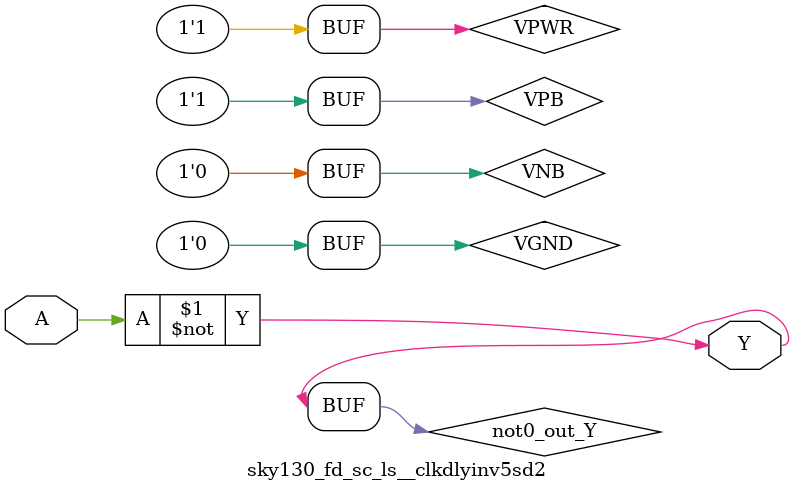
<source format=v>
/*
 * Copyright 2020 The SkyWater PDK Authors
 *
 * Licensed under the Apache License, Version 2.0 (the "License");
 * you may not use this file except in compliance with the License.
 * You may obtain a copy of the License at
 *
 *     https://www.apache.org/licenses/LICENSE-2.0
 *
 * Unless required by applicable law or agreed to in writing, software
 * distributed under the License is distributed on an "AS IS" BASIS,
 * WITHOUT WARRANTIES OR CONDITIONS OF ANY KIND, either express or implied.
 * See the License for the specific language governing permissions and
 * limitations under the License.
 *
 * SPDX-License-Identifier: Apache-2.0
*/


`ifndef SKY130_FD_SC_LS__CLKDLYINV5SD2_BEHAVIORAL_V
`define SKY130_FD_SC_LS__CLKDLYINV5SD2_BEHAVIORAL_V

/**
 * clkdlyinv5sd2: Clock Delay Inverter 5-stage 0.25um length inner
 *                stage gate.
 *
 * Verilog simulation functional model.
 */

`timescale 1ns / 1ps
`default_nettype none

`celldefine
module sky130_fd_sc_ls__clkdlyinv5sd2 (
    Y,
    A
);

    // Module ports
    output Y;
    input  A;

    // Module supplies
    supply1 VPWR;
    supply0 VGND;
    supply1 VPB ;
    supply0 VNB ;

    // Local signals
    wire not0_out_Y;

    //  Name  Output      Other arguments
    not not0 (not0_out_Y, A              );
    buf buf0 (Y         , not0_out_Y     );

endmodule
`endcelldefine

`default_nettype wire
`endif  // SKY130_FD_SC_LS__CLKDLYINV5SD2_BEHAVIORAL_V
</source>
